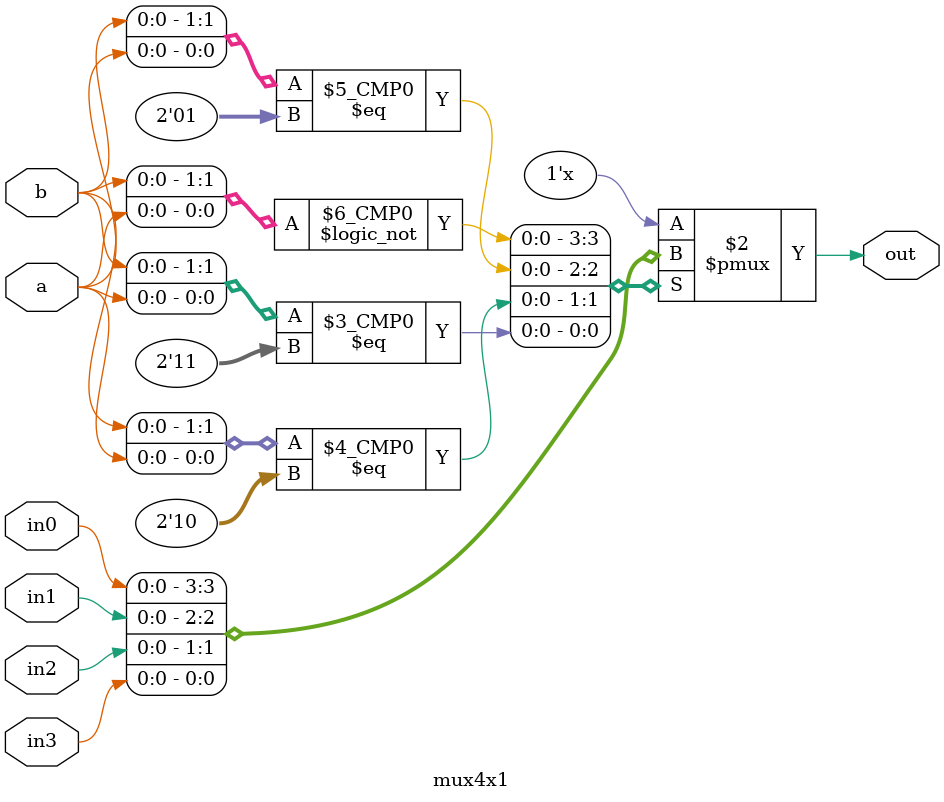
<source format=v>
module mux4x1(out, b, a, in0, in1, in2, in3);
input in0, in1, in2, in3;
input a, b;
output reg out;

always @(*)
begin
	case({b,a})
		2'b00: out = in0;
		2'b01: out = in1;
		2'b10: out = in2;
		2'b11: out = in3;
	endcase
end
endmodule


</source>
